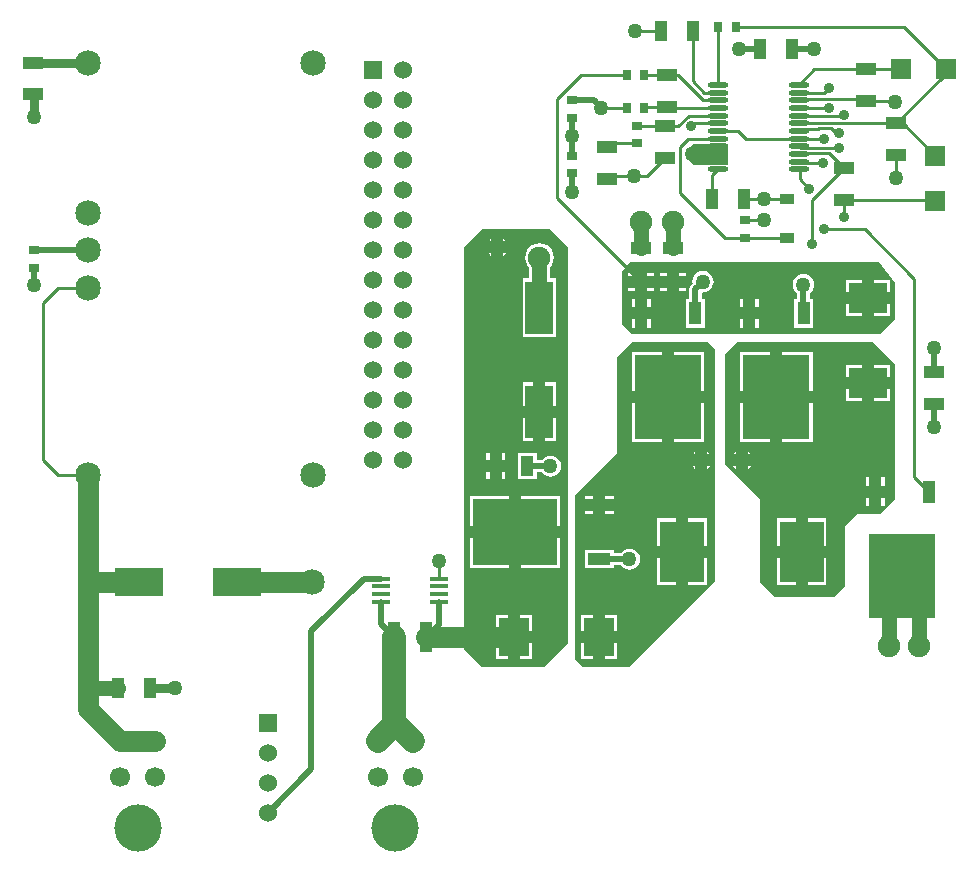
<source format=gtl>
G04*
G04 #@! TF.GenerationSoftware,Altium Limited,Altium Designer,18.0.11 (651)*
G04*
G04 Layer_Physical_Order=1*
G04 Layer_Color=255*
%FSLAX25Y25*%
%MOIN*%
G70*
G01*
G75*
%ADD13C,0.01000*%
%ADD45R,0.16339X0.09252*%
%ADD46R,0.04331X0.10236*%
%ADD47R,0.04134X0.07677*%
%ADD48R,0.22047X0.27953*%
%ADD49R,0.07677X0.04134*%
%ADD50R,0.27953X0.22047*%
%ADD51R,0.10236X0.12598*%
%ADD52R,0.04331X0.06693*%
%ADD53R,0.09252X0.17520*%
%ADD54R,0.06693X0.04134*%
%ADD55R,0.06693X0.04331*%
%ADD56R,0.03543X0.02756*%
%ADD57R,0.02756X0.03543*%
%ADD58R,0.06575X0.06516*%
%ADD59O,0.07087X0.01772*%
%ADD60R,0.14567X0.20472*%
%ADD61R,0.12598X0.10236*%
%ADD62R,0.06516X0.06575*%
%ADD63R,0.06299X0.01575*%
%ADD64O,0.06299X0.01575*%
%ADD65R,0.04803X0.03583*%
%ADD66C,0.03000*%
%ADD67C,0.02000*%
%ADD68C,0.08000*%
%ADD69C,0.07000*%
%ADD70C,0.05000*%
%ADD71R,0.00000X0.02000*%
%ADD72C,0.08500*%
%ADD73C,0.15748*%
%ADD74C,0.06693*%
%ADD75C,0.06000*%
%ADD76R,0.06000X0.06000*%
%ADD77C,0.03500*%
%ADD78C,0.05000*%
%ADD79C,0.07500*%
G36*
X405000Y366000D02*
Y234000D01*
X397000Y226000D01*
X376500D01*
X370500Y232000D01*
Y366000D01*
X376500Y372000D01*
X399000D01*
X405000Y366000D01*
D02*
G37*
G36*
X248500Y431000D02*
D01*
D02*
G37*
G36*
X323500D02*
D01*
D02*
G37*
G36*
X454000Y332000D02*
Y254500D01*
X425500Y226000D01*
X410000Y226000D01*
X407500Y228500D01*
Y283500D01*
X421500Y297500D01*
Y329500D01*
X426500Y334500D01*
X451500D01*
X454000Y332000D01*
D02*
G37*
G36*
X514000Y327000D02*
X514000Y282000D01*
X509000Y277000D01*
X501500D01*
X497500Y273000D01*
Y253000D01*
X494000Y249500D01*
X474000D01*
X469000Y254500D01*
X469000Y282000D01*
X457500Y293500D01*
X457500Y330500D01*
X461500Y334500D01*
X506500D01*
X514000Y327000D01*
D02*
G37*
G36*
X458500Y393500D02*
X447000D01*
X444500Y396000D01*
Y398000D01*
X447000Y400500D01*
X458500D01*
Y393500D01*
D02*
G37*
G36*
X514000Y354071D02*
Y342000D01*
X509000Y337000D01*
X426500D01*
X423000Y340500D01*
X423000Y357625D01*
X425700Y361000D01*
X508611Y361000D01*
X514000Y354071D01*
D02*
G37*
%LPC*%
G36*
X383500Y368877D02*
Y368000D01*
X384377D01*
X383996Y368496D01*
X383500Y368877D01*
D02*
G37*
G36*
X379500D02*
X379004Y368496D01*
X378623Y368000D01*
X379500D01*
Y368877D01*
D02*
G37*
G36*
X384377Y364000D02*
X383500D01*
Y363123D01*
X383996Y363504D01*
X384377Y364000D01*
D02*
G37*
G36*
X379500D02*
X378623D01*
X379004Y363504D01*
X379500Y363123D01*
Y364000D01*
D02*
G37*
G36*
X395500Y367291D02*
X394260Y367128D01*
X393105Y366649D01*
X392112Y365888D01*
X391351Y364896D01*
X390872Y363740D01*
X390709Y362500D01*
X390872Y361260D01*
X391351Y360104D01*
X391970Y359298D01*
Y355583D01*
X389874D01*
Y336063D01*
X401126D01*
Y355583D01*
X399030D01*
Y359298D01*
X399649Y360104D01*
X400128Y361260D01*
X400291Y362500D01*
X400128Y363740D01*
X399649Y364896D01*
X398888Y365888D01*
X397896Y366649D01*
X396740Y367128D01*
X395500Y367291D01*
D02*
G37*
G36*
X401126Y320937D02*
X397500D01*
Y313177D01*
X401126D01*
Y320937D01*
D02*
G37*
G36*
X393500D02*
X389874D01*
Y313177D01*
X393500D01*
Y320937D01*
D02*
G37*
G36*
X401126Y309177D02*
X397500D01*
Y301417D01*
X401126D01*
Y309177D01*
D02*
G37*
G36*
X393500D02*
X389874D01*
Y301417D01*
X393500D01*
Y309177D01*
D02*
G37*
G36*
X384035Y297346D02*
X382870D01*
Y295000D01*
X384035D01*
Y297346D01*
D02*
G37*
G36*
X378870D02*
X377705D01*
Y295000D01*
X378870D01*
Y297346D01*
D02*
G37*
G36*
X394665D02*
X388335D01*
Y288653D01*
X394665D01*
Y290961D01*
X396338D01*
X396689Y290504D01*
X397420Y289943D01*
X398271Y289590D01*
X399185Y289470D01*
X400099Y289590D01*
X400950Y289943D01*
X401681Y290504D01*
X402242Y291235D01*
X402595Y292086D01*
X402715Y293000D01*
X402595Y293914D01*
X402242Y294765D01*
X401681Y295496D01*
X400950Y296057D01*
X400099Y296410D01*
X399185Y296530D01*
X398271Y296410D01*
X397420Y296057D01*
X396689Y295496D01*
X396338Y295039D01*
X394665D01*
Y297346D01*
D02*
G37*
G36*
X384035Y291000D02*
X382870D01*
Y288653D01*
X384035D01*
Y291000D01*
D02*
G37*
G36*
X378870D02*
X377705D01*
Y288653D01*
X378870D01*
Y291000D01*
D02*
G37*
G36*
X402421Y283024D02*
X389445D01*
Y273000D01*
X402421D01*
Y283024D01*
D02*
G37*
G36*
X385445D02*
X372468D01*
Y273000D01*
X385445D01*
Y283024D01*
D02*
G37*
G36*
X402421Y269000D02*
X389445D01*
Y258976D01*
X402421D01*
Y269000D01*
D02*
G37*
G36*
X385445D02*
X372468D01*
Y258976D01*
X385445D01*
Y269000D01*
D02*
G37*
G36*
X393118Y243299D02*
X389000D01*
Y238000D01*
X393118D01*
Y243299D01*
D02*
G37*
G36*
X385000D02*
X380882D01*
Y238000D01*
X385000D01*
Y243299D01*
D02*
G37*
G36*
X393118Y234000D02*
X389000D01*
Y228701D01*
X393118D01*
Y234000D01*
D02*
G37*
G36*
X385000D02*
X380882D01*
Y228701D01*
X385000D01*
Y234000D01*
D02*
G37*
G36*
X450508Y331024D02*
X440484D01*
Y318047D01*
X450508D01*
Y331024D01*
D02*
G37*
G36*
X436484D02*
X426461D01*
Y318047D01*
X436484D01*
Y331024D01*
D02*
G37*
G36*
X450508Y314047D02*
X440484D01*
Y301071D01*
X450508D01*
Y314047D01*
D02*
G37*
G36*
X436484D02*
X426461D01*
Y301071D01*
X436484D01*
Y314047D01*
D02*
G37*
G36*
X451500Y297877D02*
Y297000D01*
X452377D01*
X451996Y297496D01*
X451500Y297877D01*
D02*
G37*
G36*
X447500D02*
X447004Y297496D01*
X446623Y297000D01*
X447500D01*
Y297877D01*
D02*
G37*
G36*
X452377Y293000D02*
X451500D01*
Y292123D01*
X451996Y292504D01*
X452377Y293000D01*
D02*
G37*
G36*
X447500D02*
X446623D01*
X447004Y292504D01*
X447500Y292123D01*
Y293000D01*
D02*
G37*
G36*
X420236Y283083D02*
X417398D01*
Y282016D01*
X420236D01*
Y283083D01*
D02*
G37*
G36*
X413398D02*
X410559D01*
Y282016D01*
X413398D01*
Y283083D01*
D02*
G37*
G36*
X420236Y278016D02*
X417398D01*
Y276949D01*
X420236D01*
Y278016D01*
D02*
G37*
G36*
X413398D02*
X410559D01*
Y276949D01*
X413398D01*
Y278016D01*
D02*
G37*
G36*
X451402Y275736D02*
X445118D01*
Y266500D01*
X451402D01*
Y275736D01*
D02*
G37*
G36*
X441118D02*
X434835D01*
Y266500D01*
X441118D01*
Y275736D01*
D02*
G37*
G36*
X425500Y265530D02*
X424586Y265410D01*
X423735Y265057D01*
X423004Y264496D01*
X422653Y264039D01*
X420236D01*
Y265051D01*
X410559D01*
Y258917D01*
X420236D01*
Y259961D01*
X422653D01*
X423004Y259504D01*
X423735Y258943D01*
X424586Y258590D01*
X425500Y258470D01*
X426414Y258590D01*
X427265Y258943D01*
X427996Y259504D01*
X428557Y260235D01*
X428910Y261086D01*
X429030Y262000D01*
X428910Y262914D01*
X428557Y263765D01*
X427996Y264496D01*
X427265Y265057D01*
X426414Y265410D01*
X425500Y265530D01*
D02*
G37*
G36*
X451402Y262500D02*
X445118D01*
Y253264D01*
X451402D01*
Y262500D01*
D02*
G37*
G36*
X441118D02*
X434835D01*
Y253264D01*
X441118D01*
Y262500D01*
D02*
G37*
G36*
X421465Y243299D02*
X417346D01*
Y238000D01*
X421465D01*
Y243299D01*
D02*
G37*
G36*
X413346D02*
X409228D01*
Y238000D01*
X413346D01*
Y243299D01*
D02*
G37*
G36*
X421465Y234000D02*
X417346D01*
Y228701D01*
X421465D01*
Y234000D01*
D02*
G37*
G36*
X413346D02*
X409228D01*
Y228701D01*
X413346D01*
Y234000D01*
D02*
G37*
G36*
X512299Y326772D02*
X507000D01*
Y322654D01*
X512299D01*
Y326772D01*
D02*
G37*
G36*
X503000D02*
X497701D01*
Y322654D01*
X503000D01*
Y326772D01*
D02*
G37*
G36*
X486539Y331024D02*
X476516D01*
Y318047D01*
X486539D01*
Y331024D01*
D02*
G37*
G36*
X472516D02*
X462492D01*
Y318047D01*
X472516D01*
Y331024D01*
D02*
G37*
G36*
X512299Y318653D02*
X507000D01*
Y314535D01*
X512299D01*
Y318653D01*
D02*
G37*
G36*
X503000D02*
X497701D01*
Y314535D01*
X503000D01*
Y318653D01*
D02*
G37*
G36*
X486539Y314047D02*
X476516D01*
Y301071D01*
X486539D01*
Y314047D01*
D02*
G37*
G36*
X472516D02*
X462492D01*
Y301071D01*
X472516D01*
Y314047D01*
D02*
G37*
G36*
X465000Y297877D02*
Y297000D01*
X465877D01*
X465496Y297496D01*
X465000Y297877D01*
D02*
G37*
G36*
X461000D02*
X460504Y297496D01*
X460123Y297000D01*
X461000D01*
Y297877D01*
D02*
G37*
G36*
X465877Y293000D02*
X465000D01*
Y292123D01*
X465496Y292504D01*
X465877Y293000D01*
D02*
G37*
G36*
X461000D02*
X460123D01*
X460504Y292504D01*
X461000Y292123D01*
Y293000D01*
D02*
G37*
G36*
X510551Y289291D02*
X509484D01*
Y286453D01*
X510551D01*
Y289291D01*
D02*
G37*
G36*
X505484D02*
X504417D01*
Y286453D01*
X505484D01*
Y289291D01*
D02*
G37*
G36*
X510551Y282453D02*
X509484D01*
Y279614D01*
X510551D01*
Y282453D01*
D02*
G37*
G36*
X505484D02*
X504417D01*
Y279614D01*
X505484D01*
Y282453D01*
D02*
G37*
G36*
X491165Y275736D02*
X484882D01*
Y266500D01*
X491165D01*
Y275736D01*
D02*
G37*
G36*
X480882D02*
X474598D01*
Y266500D01*
X480882D01*
Y275736D01*
D02*
G37*
G36*
X491165Y262500D02*
X484882D01*
Y253264D01*
X491165D01*
Y262500D01*
D02*
G37*
G36*
X480882D02*
X474598D01*
Y253264D01*
X480882D01*
Y262500D01*
D02*
G37*
G36*
X444347Y357457D02*
X442000D01*
Y356390D01*
X444347D01*
Y357457D01*
D02*
G37*
G36*
X438000D02*
X435653D01*
Y356390D01*
X438000D01*
Y357457D01*
D02*
G37*
G36*
X433847D02*
X431500D01*
Y356390D01*
X433847D01*
Y357457D01*
D02*
G37*
G36*
X427500D02*
X425153D01*
Y356390D01*
X427500D01*
Y357457D01*
D02*
G37*
G36*
X444347Y352390D02*
X442000D01*
Y351323D01*
X444347D01*
Y352390D01*
D02*
G37*
G36*
X438000D02*
X435653D01*
Y351323D01*
X438000D01*
Y352390D01*
D02*
G37*
G36*
X433847D02*
X431500D01*
Y351323D01*
X433847D01*
Y352390D01*
D02*
G37*
G36*
X427500D02*
X425153D01*
Y351323D01*
X427500D01*
Y352390D01*
D02*
G37*
G36*
X512299Y355118D02*
X507000D01*
Y351000D01*
X512299D01*
Y355118D01*
D02*
G37*
G36*
X503000D02*
X497701D01*
Y351000D01*
X503000D01*
Y355118D01*
D02*
G37*
G36*
X450000Y358030D02*
X449086Y357910D01*
X448235Y357557D01*
X447504Y356996D01*
X446943Y356265D01*
X446590Y355414D01*
X446470Y354500D01*
X446545Y353929D01*
X446058Y353442D01*
X445616Y352780D01*
X445461Y352000D01*
Y348839D01*
X444433D01*
Y339161D01*
X450567D01*
Y348839D01*
X449539D01*
Y350651D01*
X449915Y350981D01*
X450000Y350970D01*
X450914Y351090D01*
X451765Y351443D01*
X452496Y352004D01*
X453057Y352735D01*
X453410Y353586D01*
X453530Y354500D01*
X453410Y355414D01*
X453057Y356265D01*
X452496Y356996D01*
X451765Y357557D01*
X450914Y357910D01*
X450000Y358030D01*
D02*
G37*
G36*
X468567Y348839D02*
X467500D01*
Y346000D01*
X468567D01*
Y348839D01*
D02*
G37*
G36*
X463500D02*
X462433D01*
Y346000D01*
X463500D01*
Y348839D01*
D02*
G37*
G36*
X432535D02*
X431468D01*
Y346000D01*
X432535D01*
Y348839D01*
D02*
G37*
G36*
X427468D02*
X426402D01*
Y346000D01*
X427468D01*
Y348839D01*
D02*
G37*
G36*
X512299Y347000D02*
X507000D01*
Y342882D01*
X512299D01*
Y347000D01*
D02*
G37*
G36*
X503000D02*
X497701D01*
Y342882D01*
X503000D01*
Y347000D01*
D02*
G37*
G36*
X483500Y357030D02*
X482586Y356910D01*
X481735Y356557D01*
X481004Y355996D01*
X480443Y355265D01*
X480090Y354414D01*
X479970Y353500D01*
X480090Y352586D01*
X480443Y351735D01*
X481004Y351004D01*
X481461Y350653D01*
Y348839D01*
X480465D01*
Y339161D01*
X486598D01*
Y348839D01*
X485539D01*
Y350653D01*
X485996Y351004D01*
X486557Y351735D01*
X486910Y352586D01*
X487030Y353500D01*
X486910Y354414D01*
X486557Y355265D01*
X485996Y355996D01*
X485265Y356557D01*
X484414Y356910D01*
X483500Y357030D01*
D02*
G37*
G36*
X468567Y342000D02*
X467500D01*
Y339161D01*
X468567D01*
Y342000D01*
D02*
G37*
G36*
X463500D02*
X462433D01*
Y339161D01*
X463500D01*
Y342000D01*
D02*
G37*
G36*
X432535D02*
X431468D01*
Y339161D01*
X432535D01*
Y342000D01*
D02*
G37*
G36*
X427468D02*
X426402D01*
Y339161D01*
X427468D01*
Y342000D01*
D02*
G37*
%LPD*%
D13*
X482370Y394000D02*
X490000D01*
X481886Y394484D02*
X482370Y394000D01*
X418000Y389685D02*
X427000D01*
X225500Y353000D02*
X226500Y352000D01*
X481894Y402169D02*
X490500D01*
X481886Y402161D02*
X481894Y402169D01*
X492750Y405750D02*
X494500Y404000D01*
X488861Y405750D02*
X492750D01*
X488361Y405250D02*
X488861Y405750D01*
X482415Y405250D02*
X488361D01*
X482488Y399000D02*
X495500D01*
X481886Y399602D02*
X482488Y399000D01*
X409500Y423500D02*
X424547D01*
X401500Y415500D02*
X409500Y423500D01*
X401500Y382390D02*
Y415500D01*
X362000Y255500D02*
Y261500D01*
X226815Y416870D02*
X227000Y416685D01*
X486500Y367000D02*
Y381815D01*
X497000Y392315D01*
Y376000D02*
Y381685D01*
X415398Y261984D02*
X415413Y262000D01*
X482500Y344032D02*
X482531Y344000D01*
X513815Y414685D02*
X514000Y414500D01*
X504500Y414685D02*
X513815D01*
X520500Y289469D02*
X525516Y284453D01*
X520500Y289469D02*
Y355500D01*
X503984Y372016D02*
X520500Y355500D01*
X490484Y372016D02*
X503984D01*
X406500Y390547D02*
X406500Y390547D01*
X401500Y382390D02*
X429500Y354390D01*
X457453Y369047D02*
X464000D01*
X442500Y384000D02*
X457453Y369047D01*
X442500Y384000D02*
Y399500D01*
X464000Y369047D02*
X464016Y369063D01*
X478000D01*
X464000Y374953D02*
X464047Y375000D01*
X470500D01*
X482240Y388760D02*
X485500Y385500D01*
X482240Y388760D02*
Y391571D01*
X481886Y391925D02*
X482240Y391571D01*
X453185Y382000D02*
Y389996D01*
X455114Y391925D01*
X463815Y382000D02*
X470500D01*
X470563Y381937D01*
X478000D01*
X418232Y400547D02*
X428000D01*
X418000Y400315D02*
X418232Y400547D01*
X406500Y409047D02*
X406500Y409047D01*
X406500Y403000D02*
X406500Y403000D01*
X416000Y412500D02*
X416000Y412500D01*
X424547D01*
X428000Y406453D02*
X428138Y406315D01*
X437500D01*
X427000Y389685D02*
X431500D01*
X437500Y395685D01*
X442500Y399500D02*
X445161Y402161D01*
X455114D01*
X446000Y406500D02*
X446779Y407279D01*
X455114D01*
X445339Y409839D02*
X455114D01*
X441815Y406315D02*
X445339Y409839D01*
X437500Y406315D02*
X441815D01*
X430453Y412500D02*
X430638Y412685D01*
X438000D01*
X438287Y412398D01*
X455114D01*
X430453Y423500D02*
X430638Y423315D01*
X438000D01*
X441685D01*
X450043Y414957D01*
X455114D01*
X427500Y438000D02*
X436185D01*
X446815Y421216D02*
Y438000D01*
Y421216D02*
X450516Y417516D01*
X455114D01*
X494500Y404000D02*
X495500D01*
X481886Y404720D02*
X482415Y405250D01*
X527236Y381685D02*
X527500Y381421D01*
X497000Y381685D02*
X527236D01*
X492065Y397250D02*
X497000Y392315D01*
X482093Y397250D02*
X492065D01*
X481886Y397043D02*
X482093Y397250D01*
X516685Y407315D02*
X527500Y396500D01*
X514500Y407315D02*
X516685D01*
X514500D02*
X531000Y423815D01*
X514435Y407250D02*
X514500Y407315D01*
X531000Y423815D02*
Y425500D01*
X514500Y389000D02*
Y396685D01*
X481915Y407250D02*
X514435D01*
X481886Y407279D02*
X481915Y407250D01*
X517000Y439500D02*
X531000Y425500D01*
X460953Y439500D02*
X517000D01*
X455047D02*
X455114Y439433D01*
Y420075D02*
Y439433D01*
X503935Y415250D02*
X504500Y414685D01*
X482179Y415250D02*
X503935D01*
X481886Y414957D02*
X482179Y415250D01*
X487126Y425315D02*
X504500D01*
X481886Y420075D02*
X487126Y425315D01*
X515736D02*
X515921Y425500D01*
X504500Y425315D02*
X515736D01*
X496750Y409750D02*
X497000Y410000D01*
X481974Y409750D02*
X496750D01*
X481886Y409839D02*
X481974Y409750D01*
X491898Y412398D02*
X492000Y412500D01*
X481886Y412398D02*
X491898D01*
X490516Y417516D02*
X492000Y419000D01*
X481886Y417516D02*
X490516D01*
X455114Y404720D02*
X461779D01*
X464339Y402161D01*
X481886D01*
X319500Y254500D02*
X319750Y254250D01*
X235000Y290000D02*
X245000D01*
X230000Y295000D02*
X235000Y290000D01*
X230000Y295000D02*
Y347500D01*
X235000Y352500D02*
X245000D01*
X230000Y347500D02*
X235000Y352500D01*
X245000Y365000D02*
X245000Y365000D01*
Y217500D02*
X246500Y219000D01*
D45*
X294839Y254500D02*
D03*
X262161D02*
D03*
D46*
X357815Y236000D02*
D03*
X347185D02*
D03*
D47*
X483532Y344000D02*
D03*
X465500D02*
D03*
X507484Y284453D02*
D03*
X525516D02*
D03*
X429468Y344000D02*
D03*
X447500D02*
D03*
D48*
X474516Y316047D02*
D03*
X516500Y256500D02*
D03*
X438484Y316047D02*
D03*
D49*
X415398Y261984D02*
D03*
Y280016D02*
D03*
D50*
X387445Y271000D02*
D03*
D51*
X387000Y236000D02*
D03*
X415346D02*
D03*
D52*
X380870Y293000D02*
D03*
X391500D02*
D03*
X446815Y438000D02*
D03*
X436185D02*
D03*
X479815Y432000D02*
D03*
X469185D02*
D03*
X265815Y219000D02*
D03*
X255185D02*
D03*
X463815Y382000D02*
D03*
X453185D02*
D03*
D53*
X395500Y345823D02*
D03*
Y311177D02*
D03*
D54*
X440000Y365610D02*
D03*
Y354390D02*
D03*
X429500Y365610D02*
D03*
Y354390D02*
D03*
D55*
X527000Y313685D02*
D03*
Y324315D02*
D03*
X418000Y399315D02*
D03*
Y388685D02*
D03*
X438000Y423315D02*
D03*
Y412685D02*
D03*
X497000Y381685D02*
D03*
Y392315D02*
D03*
X514500Y407315D02*
D03*
Y396685D02*
D03*
X226815Y427500D02*
D03*
Y416870D02*
D03*
X504500Y414685D02*
D03*
Y425315D02*
D03*
X437500Y395685D02*
D03*
Y406315D02*
D03*
D56*
X406500Y414953D02*
D03*
Y409047D02*
D03*
Y396453D02*
D03*
Y390547D02*
D03*
X428000Y400547D02*
D03*
Y406453D02*
D03*
X226953Y359095D02*
D03*
Y365000D02*
D03*
X464000Y374953D02*
D03*
Y369047D02*
D03*
D57*
X430453Y423500D02*
D03*
X424547D02*
D03*
X430453Y412500D02*
D03*
X424547D02*
D03*
X460953Y439500D02*
D03*
X455047D02*
D03*
D58*
X527500Y396500D02*
D03*
Y381421D02*
D03*
D59*
X481886Y391925D02*
D03*
Y394484D02*
D03*
Y397043D02*
D03*
Y399602D02*
D03*
Y402161D02*
D03*
Y404720D02*
D03*
Y407279D02*
D03*
Y409839D02*
D03*
Y412398D02*
D03*
Y414957D02*
D03*
Y417516D02*
D03*
Y420075D02*
D03*
X455114Y391925D02*
D03*
Y394484D02*
D03*
Y397043D02*
D03*
Y399602D02*
D03*
Y402161D02*
D03*
Y404720D02*
D03*
Y407279D02*
D03*
Y409839D02*
D03*
Y412398D02*
D03*
Y414957D02*
D03*
Y417516D02*
D03*
Y420075D02*
D03*
D60*
X482882Y264500D02*
D03*
X443118D02*
D03*
D61*
X505000Y349000D02*
D03*
Y320654D02*
D03*
D62*
X515921Y425500D02*
D03*
X531000D02*
D03*
D63*
X362000Y247823D02*
D03*
D64*
Y250382D02*
D03*
Y252941D02*
D03*
Y255500D02*
D03*
X342709Y247823D02*
D03*
Y250382D02*
D03*
Y252941D02*
D03*
Y255500D02*
D03*
D65*
X478000Y381937D02*
D03*
Y369063D02*
D03*
D66*
X265815Y219000D02*
X274000D01*
X227000Y409500D02*
Y416685D01*
X226815Y427500D02*
X245000D01*
D67*
X305000Y177500D02*
X319500Y192000D01*
Y238000D01*
X337000Y255500D01*
X342709D01*
X357815Y236000D02*
X362000Y240185D01*
X357815Y236000D02*
X357815Y236000D01*
X362000Y240185D02*
Y247823D01*
X342709Y240476D02*
Y247823D01*
Y240476D02*
X347185Y236000D01*
X245000Y365000D02*
X245000D01*
X226953D02*
X245000D01*
X226953Y353453D02*
Y359095D01*
X415413Y262000D02*
X425500D01*
X447500Y344000D02*
Y352000D01*
X450000Y354500D01*
X483500Y344032D02*
Y353500D01*
X406500Y384500D02*
Y390547D01*
X391500Y293000D02*
X399185D01*
X527000Y324315D02*
Y332500D01*
Y306000D02*
Y313685D01*
X406500Y403000D02*
Y409047D01*
X406500Y396453D02*
Y403000D01*
Y414953D02*
X413547D01*
X416000Y412500D01*
X462000Y432000D02*
X469185D01*
X479815D02*
X487000D01*
D68*
X347185Y206909D02*
Y207539D01*
X341595Y201319D02*
X347185Y206909D01*
Y207539D02*
X353405Y201319D01*
X347185Y207539D02*
Y236000D01*
D69*
X357815Y236000D02*
X387000D01*
X298146Y254500D02*
X319500D01*
X255689Y201311D02*
X267500D01*
X245000Y212000D02*
X255689Y201311D01*
X245000Y212000D02*
Y217500D01*
Y254500D01*
X263500D01*
X245000D02*
Y290000D01*
D70*
X395500Y345823D02*
Y362500D01*
X429500Y365610D02*
Y374500D01*
X440000Y365610D02*
Y374500D01*
X512000Y252000D02*
X516500Y256500D01*
X512000Y233000D02*
Y252000D01*
X516500Y256500D02*
X522000Y251000D01*
Y233000D02*
Y251000D01*
X246500Y219000D02*
X255185D01*
D71*
X445000Y397000D02*
D03*
D72*
X320000Y427500D02*
D03*
X245000D02*
D03*
Y377500D02*
D03*
Y365000D02*
D03*
Y352500D02*
D03*
Y290000D02*
D03*
X320000D02*
D03*
X319750Y254250D02*
D03*
D73*
X261595Y172492D02*
D03*
X347500Y172500D02*
D03*
D74*
X255689Y201311D02*
D03*
X267500D02*
D03*
Y189500D02*
D03*
X255689D02*
D03*
X341595Y189508D02*
D03*
X353405D02*
D03*
Y201319D02*
D03*
X341595D02*
D03*
D75*
X350000Y295000D02*
D03*
X340000D02*
D03*
X350000Y305000D02*
D03*
X340000D02*
D03*
X350000Y315000D02*
D03*
X340000D02*
D03*
X350000Y325000D02*
D03*
X340000D02*
D03*
X350000Y335000D02*
D03*
X340000D02*
D03*
X350000Y345000D02*
D03*
X340000D02*
D03*
X350000Y355000D02*
D03*
X340000D02*
D03*
X350000Y365000D02*
D03*
X340000D02*
D03*
X350000Y375000D02*
D03*
X340000D02*
D03*
X350000Y385000D02*
D03*
X340000D02*
D03*
X350000Y395000D02*
D03*
X340000D02*
D03*
X350000Y405000D02*
D03*
X340000D02*
D03*
X350000Y415000D02*
D03*
X340000D02*
D03*
X350000Y425000D02*
D03*
X305000Y197500D02*
D03*
Y187500D02*
D03*
Y177500D02*
D03*
D76*
X340000Y425000D02*
D03*
X305000Y207500D02*
D03*
D77*
X490000Y394000D02*
D03*
X490500Y402169D02*
D03*
X495500Y399000D02*
D03*
X486500Y367000D02*
D03*
X497000Y376000D02*
D03*
X490484Y372016D02*
D03*
X485500Y385500D02*
D03*
X446000Y406500D02*
D03*
X495500Y404000D02*
D03*
X497000Y410000D02*
D03*
X492000Y412500D02*
D03*
Y419000D02*
D03*
D78*
X274000Y219000D02*
D03*
X362000Y261500D02*
D03*
X226953Y353453D02*
D03*
X227000Y409500D02*
D03*
X425500Y262000D02*
D03*
X450000Y354500D02*
D03*
X483500Y353500D02*
D03*
X514000Y414500D02*
D03*
X463000Y295000D02*
D03*
X449500D02*
D03*
X381500Y366000D02*
D03*
X406500Y384500D02*
D03*
X399185Y293000D02*
D03*
X527000Y332500D02*
D03*
Y306000D02*
D03*
X470500Y375000D02*
D03*
Y382000D02*
D03*
X406500Y403000D02*
D03*
X416000Y412500D02*
D03*
X427000Y389685D02*
D03*
X446500Y397000D02*
D03*
X427500Y438000D02*
D03*
X514500Y389000D02*
D03*
X462000Y432000D02*
D03*
X487000D02*
D03*
D79*
X395500Y362500D02*
D03*
X440000Y374500D02*
D03*
X429500D02*
D03*
X522000Y233000D02*
D03*
X512000D02*
D03*
M02*

</source>
